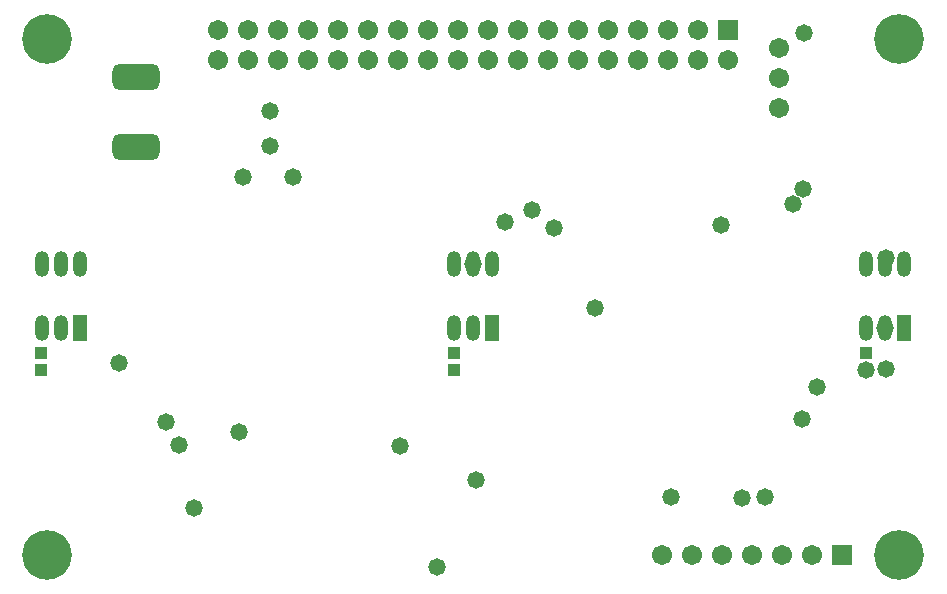
<source format=gbs>
G04*
G04 #@! TF.GenerationSoftware,Altium Limited,Altium Designer,18.1.11 (251)*
G04*
G04 Layer_Color=16711935*
%FSLAX25Y25*%
%MOIN*%
G70*
G01*
G75*
%ADD46C,0.06706*%
%ADD47R,0.06706X0.06706*%
G04:AMPARAMS|DCode=48|XSize=158mil|YSize=86.74mil|CornerRadius=23.68mil|HoleSize=0mil|Usage=FLASHONLY|Rotation=0.000|XOffset=0mil|YOffset=0mil|HoleType=Round|Shape=RoundedRectangle|*
%AMROUNDEDRECTD48*
21,1,0.15800,0.03937,0,0,0.0*
21,1,0.11063,0.08674,0,0,0.0*
1,1,0.04737,0.05531,-0.01968*
1,1,0.04737,-0.05531,-0.01968*
1,1,0.04737,-0.05531,0.01968*
1,1,0.04737,0.05531,0.01968*
%
%ADD48ROUNDEDRECTD48*%
%ADD49C,0.05800*%
%ADD50C,0.16548*%
%ADD93R,0.04343X0.03950*%
%ADD94O,0.04737X0.08674*%
%ADD95R,0.04737X0.08674*%
D46*
X461500Y309500D02*
D03*
X471500D02*
D03*
X481500D02*
D03*
X491500D02*
D03*
X511500D02*
D03*
X501500D02*
D03*
X500350Y458436D02*
D03*
Y468436D02*
D03*
Y478436D02*
D03*
X483500Y474500D02*
D03*
X473500Y484500D02*
D03*
Y474500D02*
D03*
X463500Y484500D02*
D03*
Y474500D02*
D03*
X453500Y484500D02*
D03*
Y474500D02*
D03*
X443500Y484500D02*
D03*
Y474500D02*
D03*
X433500Y484500D02*
D03*
Y474500D02*
D03*
X423500Y484500D02*
D03*
Y474500D02*
D03*
X413500Y484500D02*
D03*
Y474500D02*
D03*
X403500Y484500D02*
D03*
Y474500D02*
D03*
X393500Y484500D02*
D03*
Y474500D02*
D03*
X383500Y484500D02*
D03*
Y474500D02*
D03*
X373500Y484500D02*
D03*
Y474500D02*
D03*
X363500Y484500D02*
D03*
Y474500D02*
D03*
X353500Y484500D02*
D03*
Y474500D02*
D03*
X343500Y484500D02*
D03*
Y474500D02*
D03*
X333500Y484500D02*
D03*
Y474500D02*
D03*
X323500Y484500D02*
D03*
Y474500D02*
D03*
X313500Y484500D02*
D03*
Y474500D02*
D03*
D47*
X521500Y309500D02*
D03*
X483500Y484500D02*
D03*
D48*
X286000Y469000D02*
D03*
Y445378D02*
D03*
D49*
X508700Y483500D02*
D03*
X373982Y345825D02*
D03*
X320500Y350500D02*
D03*
X300500Y346325D02*
D03*
X296000Y354000D02*
D03*
X280500Y373500D02*
D03*
X305500Y325335D02*
D03*
X386500Y305500D02*
D03*
X529500Y371244D02*
D03*
X399500Y334500D02*
D03*
X513000Y365500D02*
D03*
X495752Y329000D02*
D03*
X508000Y355000D02*
D03*
X487878Y328378D02*
D03*
X464256Y329000D02*
D03*
X535799Y385240D02*
D03*
X536000Y371500D02*
D03*
X481177Y419500D02*
D03*
X425500Y418500D02*
D03*
X536000Y408389D02*
D03*
X398500Y406500D02*
D03*
X505000Y426500D02*
D03*
X439000Y392000D02*
D03*
X321769Y435449D02*
D03*
X409000Y420500D02*
D03*
X338437Y435449D02*
D03*
X418000Y424500D02*
D03*
X508500Y431500D02*
D03*
X330760Y457500D02*
D03*
X330563Y445949D02*
D03*
D50*
X540500Y481500D02*
D03*
X256500Y309500D02*
D03*
X540500D02*
D03*
X256500Y481500D02*
D03*
D93*
X392201Y371244D02*
D03*
Y376756D02*
D03*
X254500Y371244D02*
D03*
Y376756D02*
D03*
X529500Y371244D02*
D03*
Y376756D02*
D03*
D94*
X254701Y406500D02*
D03*
X261000D02*
D03*
X267299D02*
D03*
X254701Y385240D02*
D03*
X261000D02*
D03*
X392201Y406500D02*
D03*
X398500D02*
D03*
X404799D02*
D03*
X392201Y385240D02*
D03*
X398500D02*
D03*
X529500Y406500D02*
D03*
X535799D02*
D03*
X542098D02*
D03*
X529500Y385240D02*
D03*
X535799D02*
D03*
D95*
X267299D02*
D03*
X404799D02*
D03*
X542098D02*
D03*
M02*

</source>
